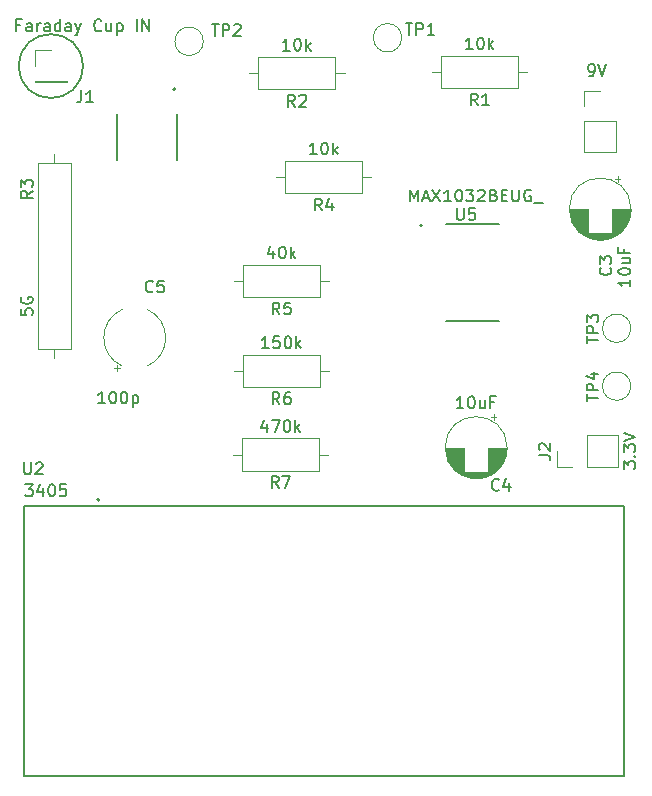
<source format=gbr>
%TF.GenerationSoftware,KiCad,Pcbnew,8.0.6*%
%TF.CreationDate,2025-02-20T03:10:47-08:00*%
%TF.ProjectId,ECE 412,45434520-3431-4322-9e6b-696361645f70,A*%
%TF.SameCoordinates,Original*%
%TF.FileFunction,Legend,Top*%
%TF.FilePolarity,Positive*%
%FSLAX46Y46*%
G04 Gerber Fmt 4.6, Leading zero omitted, Abs format (unit mm)*
G04 Created by KiCad (PCBNEW 8.0.6) date 2025-02-20 03:10:47*
%MOMM*%
%LPD*%
G01*
G04 APERTURE LIST*
%ADD10C,0.200000*%
%ADD11C,0.150000*%
%ADD12C,0.120000*%
%ADD13C,0.127000*%
G04 APERTURE END LIST*
D10*
X139300000Y-56200000D02*
G75*
G02*
X133900000Y-56200000I-2700000J0D01*
G01*
X133900000Y-56200000D02*
G75*
G02*
X139300000Y-56200000I2700000J0D01*
G01*
D11*
X181956819Y-84561904D02*
X181956819Y-83990476D01*
X182956819Y-84276190D02*
X181956819Y-84276190D01*
X182956819Y-83657142D02*
X181956819Y-83657142D01*
X181956819Y-83657142D02*
X181956819Y-83276190D01*
X181956819Y-83276190D02*
X182004438Y-83180952D01*
X182004438Y-83180952D02*
X182052057Y-83133333D01*
X182052057Y-83133333D02*
X182147295Y-83085714D01*
X182147295Y-83085714D02*
X182290152Y-83085714D01*
X182290152Y-83085714D02*
X182385390Y-83133333D01*
X182385390Y-83133333D02*
X182433009Y-83180952D01*
X182433009Y-83180952D02*
X182480628Y-83276190D01*
X182480628Y-83276190D02*
X182480628Y-83657142D01*
X182290152Y-82228571D02*
X182956819Y-82228571D01*
X181909200Y-82466666D02*
X182623485Y-82704761D01*
X182623485Y-82704761D02*
X182623485Y-82085714D01*
X181956819Y-79661904D02*
X181956819Y-79090476D01*
X182956819Y-79376190D02*
X181956819Y-79376190D01*
X182956819Y-78757142D02*
X181956819Y-78757142D01*
X181956819Y-78757142D02*
X181956819Y-78376190D01*
X181956819Y-78376190D02*
X182004438Y-78280952D01*
X182004438Y-78280952D02*
X182052057Y-78233333D01*
X182052057Y-78233333D02*
X182147295Y-78185714D01*
X182147295Y-78185714D02*
X182290152Y-78185714D01*
X182290152Y-78185714D02*
X182385390Y-78233333D01*
X182385390Y-78233333D02*
X182433009Y-78280952D01*
X182433009Y-78280952D02*
X182480628Y-78376190D01*
X182480628Y-78376190D02*
X182480628Y-78757142D01*
X181956819Y-77852380D02*
X181956819Y-77233333D01*
X181956819Y-77233333D02*
X182337771Y-77566666D01*
X182337771Y-77566666D02*
X182337771Y-77423809D01*
X182337771Y-77423809D02*
X182385390Y-77328571D01*
X182385390Y-77328571D02*
X182433009Y-77280952D01*
X182433009Y-77280952D02*
X182528247Y-77233333D01*
X182528247Y-77233333D02*
X182766342Y-77233333D01*
X182766342Y-77233333D02*
X182861580Y-77280952D01*
X182861580Y-77280952D02*
X182909200Y-77328571D01*
X182909200Y-77328571D02*
X182956819Y-77423809D01*
X182956819Y-77423809D02*
X182956819Y-77709523D01*
X182956819Y-77709523D02*
X182909200Y-77804761D01*
X182909200Y-77804761D02*
X182861580Y-77852380D01*
X150238095Y-52654819D02*
X150809523Y-52654819D01*
X150523809Y-53654819D02*
X150523809Y-52654819D01*
X151142857Y-53654819D02*
X151142857Y-52654819D01*
X151142857Y-52654819D02*
X151523809Y-52654819D01*
X151523809Y-52654819D02*
X151619047Y-52702438D01*
X151619047Y-52702438D02*
X151666666Y-52750057D01*
X151666666Y-52750057D02*
X151714285Y-52845295D01*
X151714285Y-52845295D02*
X151714285Y-52988152D01*
X151714285Y-52988152D02*
X151666666Y-53083390D01*
X151666666Y-53083390D02*
X151619047Y-53131009D01*
X151619047Y-53131009D02*
X151523809Y-53178628D01*
X151523809Y-53178628D02*
X151142857Y-53178628D01*
X152095238Y-52750057D02*
X152142857Y-52702438D01*
X152142857Y-52702438D02*
X152238095Y-52654819D01*
X152238095Y-52654819D02*
X152476190Y-52654819D01*
X152476190Y-52654819D02*
X152571428Y-52702438D01*
X152571428Y-52702438D02*
X152619047Y-52750057D01*
X152619047Y-52750057D02*
X152666666Y-52845295D01*
X152666666Y-52845295D02*
X152666666Y-52940533D01*
X152666666Y-52940533D02*
X152619047Y-53083390D01*
X152619047Y-53083390D02*
X152047619Y-53654819D01*
X152047619Y-53654819D02*
X152666666Y-53654819D01*
X166638095Y-52554819D02*
X167209523Y-52554819D01*
X166923809Y-53554819D02*
X166923809Y-52554819D01*
X167542857Y-53554819D02*
X167542857Y-52554819D01*
X167542857Y-52554819D02*
X167923809Y-52554819D01*
X167923809Y-52554819D02*
X168019047Y-52602438D01*
X168019047Y-52602438D02*
X168066666Y-52650057D01*
X168066666Y-52650057D02*
X168114285Y-52745295D01*
X168114285Y-52745295D02*
X168114285Y-52888152D01*
X168114285Y-52888152D02*
X168066666Y-52983390D01*
X168066666Y-52983390D02*
X168019047Y-53031009D01*
X168019047Y-53031009D02*
X167923809Y-53078628D01*
X167923809Y-53078628D02*
X167542857Y-53078628D01*
X169066666Y-53554819D02*
X168495238Y-53554819D01*
X168780952Y-53554819D02*
X168780952Y-52554819D01*
X168780952Y-52554819D02*
X168685714Y-52697676D01*
X168685714Y-52697676D02*
X168590476Y-52792914D01*
X168590476Y-52792914D02*
X168495238Y-52840533D01*
X159533333Y-68424819D02*
X159200000Y-67948628D01*
X158961905Y-68424819D02*
X158961905Y-67424819D01*
X158961905Y-67424819D02*
X159342857Y-67424819D01*
X159342857Y-67424819D02*
X159438095Y-67472438D01*
X159438095Y-67472438D02*
X159485714Y-67520057D01*
X159485714Y-67520057D02*
X159533333Y-67615295D01*
X159533333Y-67615295D02*
X159533333Y-67758152D01*
X159533333Y-67758152D02*
X159485714Y-67853390D01*
X159485714Y-67853390D02*
X159438095Y-67901009D01*
X159438095Y-67901009D02*
X159342857Y-67948628D01*
X159342857Y-67948628D02*
X158961905Y-67948628D01*
X160390476Y-67758152D02*
X160390476Y-68424819D01*
X160152381Y-67377200D02*
X159914286Y-68091485D01*
X159914286Y-68091485D02*
X160533333Y-68091485D01*
X159104761Y-63684819D02*
X158533333Y-63684819D01*
X158819047Y-63684819D02*
X158819047Y-62684819D01*
X158819047Y-62684819D02*
X158723809Y-62827676D01*
X158723809Y-62827676D02*
X158628571Y-62922914D01*
X158628571Y-62922914D02*
X158533333Y-62970533D01*
X159723809Y-62684819D02*
X159819047Y-62684819D01*
X159819047Y-62684819D02*
X159914285Y-62732438D01*
X159914285Y-62732438D02*
X159961904Y-62780057D01*
X159961904Y-62780057D02*
X160009523Y-62875295D01*
X160009523Y-62875295D02*
X160057142Y-63065771D01*
X160057142Y-63065771D02*
X160057142Y-63303866D01*
X160057142Y-63303866D02*
X160009523Y-63494342D01*
X160009523Y-63494342D02*
X159961904Y-63589580D01*
X159961904Y-63589580D02*
X159914285Y-63637200D01*
X159914285Y-63637200D02*
X159819047Y-63684819D01*
X159819047Y-63684819D02*
X159723809Y-63684819D01*
X159723809Y-63684819D02*
X159628571Y-63637200D01*
X159628571Y-63637200D02*
X159580952Y-63589580D01*
X159580952Y-63589580D02*
X159533333Y-63494342D01*
X159533333Y-63494342D02*
X159485714Y-63303866D01*
X159485714Y-63303866D02*
X159485714Y-63065771D01*
X159485714Y-63065771D02*
X159533333Y-62875295D01*
X159533333Y-62875295D02*
X159580952Y-62780057D01*
X159580952Y-62780057D02*
X159628571Y-62732438D01*
X159628571Y-62732438D02*
X159723809Y-62684819D01*
X160485714Y-63684819D02*
X160485714Y-62684819D01*
X160580952Y-63303866D02*
X160866666Y-63684819D01*
X160866666Y-63018152D02*
X160485714Y-63399104D01*
X157253333Y-59624819D02*
X156920000Y-59148628D01*
X156681905Y-59624819D02*
X156681905Y-58624819D01*
X156681905Y-58624819D02*
X157062857Y-58624819D01*
X157062857Y-58624819D02*
X157158095Y-58672438D01*
X157158095Y-58672438D02*
X157205714Y-58720057D01*
X157205714Y-58720057D02*
X157253333Y-58815295D01*
X157253333Y-58815295D02*
X157253333Y-58958152D01*
X157253333Y-58958152D02*
X157205714Y-59053390D01*
X157205714Y-59053390D02*
X157158095Y-59101009D01*
X157158095Y-59101009D02*
X157062857Y-59148628D01*
X157062857Y-59148628D02*
X156681905Y-59148628D01*
X157634286Y-58720057D02*
X157681905Y-58672438D01*
X157681905Y-58672438D02*
X157777143Y-58624819D01*
X157777143Y-58624819D02*
X158015238Y-58624819D01*
X158015238Y-58624819D02*
X158110476Y-58672438D01*
X158110476Y-58672438D02*
X158158095Y-58720057D01*
X158158095Y-58720057D02*
X158205714Y-58815295D01*
X158205714Y-58815295D02*
X158205714Y-58910533D01*
X158205714Y-58910533D02*
X158158095Y-59053390D01*
X158158095Y-59053390D02*
X157586667Y-59624819D01*
X157586667Y-59624819D02*
X158205714Y-59624819D01*
X156824761Y-54884819D02*
X156253333Y-54884819D01*
X156539047Y-54884819D02*
X156539047Y-53884819D01*
X156539047Y-53884819D02*
X156443809Y-54027676D01*
X156443809Y-54027676D02*
X156348571Y-54122914D01*
X156348571Y-54122914D02*
X156253333Y-54170533D01*
X157443809Y-53884819D02*
X157539047Y-53884819D01*
X157539047Y-53884819D02*
X157634285Y-53932438D01*
X157634285Y-53932438D02*
X157681904Y-53980057D01*
X157681904Y-53980057D02*
X157729523Y-54075295D01*
X157729523Y-54075295D02*
X157777142Y-54265771D01*
X157777142Y-54265771D02*
X157777142Y-54503866D01*
X157777142Y-54503866D02*
X157729523Y-54694342D01*
X157729523Y-54694342D02*
X157681904Y-54789580D01*
X157681904Y-54789580D02*
X157634285Y-54837200D01*
X157634285Y-54837200D02*
X157539047Y-54884819D01*
X157539047Y-54884819D02*
X157443809Y-54884819D01*
X157443809Y-54884819D02*
X157348571Y-54837200D01*
X157348571Y-54837200D02*
X157300952Y-54789580D01*
X157300952Y-54789580D02*
X157253333Y-54694342D01*
X157253333Y-54694342D02*
X157205714Y-54503866D01*
X157205714Y-54503866D02*
X157205714Y-54265771D01*
X157205714Y-54265771D02*
X157253333Y-54075295D01*
X157253333Y-54075295D02*
X157300952Y-53980057D01*
X157300952Y-53980057D02*
X157348571Y-53932438D01*
X157348571Y-53932438D02*
X157443809Y-53884819D01*
X158205714Y-54884819D02*
X158205714Y-53884819D01*
X158300952Y-54503866D02*
X158586666Y-54884819D01*
X158586666Y-54218152D02*
X158205714Y-54599104D01*
X177884819Y-89133333D02*
X178599104Y-89133333D01*
X178599104Y-89133333D02*
X178741961Y-89180952D01*
X178741961Y-89180952D02*
X178837200Y-89276190D01*
X178837200Y-89276190D02*
X178884819Y-89419047D01*
X178884819Y-89419047D02*
X178884819Y-89514285D01*
X177980057Y-88704761D02*
X177932438Y-88657142D01*
X177932438Y-88657142D02*
X177884819Y-88561904D01*
X177884819Y-88561904D02*
X177884819Y-88323809D01*
X177884819Y-88323809D02*
X177932438Y-88228571D01*
X177932438Y-88228571D02*
X177980057Y-88180952D01*
X177980057Y-88180952D02*
X178075295Y-88133333D01*
X178075295Y-88133333D02*
X178170533Y-88133333D01*
X178170533Y-88133333D02*
X178313390Y-88180952D01*
X178313390Y-88180952D02*
X178884819Y-88752380D01*
X178884819Y-88752380D02*
X178884819Y-88133333D01*
X185084819Y-90276189D02*
X185084819Y-89657142D01*
X185084819Y-89657142D02*
X185465771Y-89990475D01*
X185465771Y-89990475D02*
X185465771Y-89847618D01*
X185465771Y-89847618D02*
X185513390Y-89752380D01*
X185513390Y-89752380D02*
X185561009Y-89704761D01*
X185561009Y-89704761D02*
X185656247Y-89657142D01*
X185656247Y-89657142D02*
X185894342Y-89657142D01*
X185894342Y-89657142D02*
X185989580Y-89704761D01*
X185989580Y-89704761D02*
X186037200Y-89752380D01*
X186037200Y-89752380D02*
X186084819Y-89847618D01*
X186084819Y-89847618D02*
X186084819Y-90133332D01*
X186084819Y-90133332D02*
X186037200Y-90228570D01*
X186037200Y-90228570D02*
X185989580Y-90276189D01*
X185989580Y-89228570D02*
X186037200Y-89180951D01*
X186037200Y-89180951D02*
X186084819Y-89228570D01*
X186084819Y-89228570D02*
X186037200Y-89276189D01*
X186037200Y-89276189D02*
X185989580Y-89228570D01*
X185989580Y-89228570D02*
X186084819Y-89228570D01*
X185084819Y-88847618D02*
X185084819Y-88228571D01*
X185084819Y-88228571D02*
X185465771Y-88561904D01*
X185465771Y-88561904D02*
X185465771Y-88419047D01*
X185465771Y-88419047D02*
X185513390Y-88323809D01*
X185513390Y-88323809D02*
X185561009Y-88276190D01*
X185561009Y-88276190D02*
X185656247Y-88228571D01*
X185656247Y-88228571D02*
X185894342Y-88228571D01*
X185894342Y-88228571D02*
X185989580Y-88276190D01*
X185989580Y-88276190D02*
X186037200Y-88323809D01*
X186037200Y-88323809D02*
X186084819Y-88419047D01*
X186084819Y-88419047D02*
X186084819Y-88704761D01*
X186084819Y-88704761D02*
X186037200Y-88799999D01*
X186037200Y-88799999D02*
X185989580Y-88847618D01*
X185084819Y-87942856D02*
X186084819Y-87609523D01*
X186084819Y-87609523D02*
X185084819Y-87276190D01*
X174533333Y-92059580D02*
X174485714Y-92107200D01*
X174485714Y-92107200D02*
X174342857Y-92154819D01*
X174342857Y-92154819D02*
X174247619Y-92154819D01*
X174247619Y-92154819D02*
X174104762Y-92107200D01*
X174104762Y-92107200D02*
X174009524Y-92011961D01*
X174009524Y-92011961D02*
X173961905Y-91916723D01*
X173961905Y-91916723D02*
X173914286Y-91726247D01*
X173914286Y-91726247D02*
X173914286Y-91583390D01*
X173914286Y-91583390D02*
X173961905Y-91392914D01*
X173961905Y-91392914D02*
X174009524Y-91297676D01*
X174009524Y-91297676D02*
X174104762Y-91202438D01*
X174104762Y-91202438D02*
X174247619Y-91154819D01*
X174247619Y-91154819D02*
X174342857Y-91154819D01*
X174342857Y-91154819D02*
X174485714Y-91202438D01*
X174485714Y-91202438D02*
X174533333Y-91250057D01*
X175390476Y-91488152D02*
X175390476Y-92154819D01*
X175152381Y-91107200D02*
X174914286Y-91821485D01*
X174914286Y-91821485D02*
X175533333Y-91821485D01*
X171528571Y-85154819D02*
X170957143Y-85154819D01*
X171242857Y-85154819D02*
X171242857Y-84154819D01*
X171242857Y-84154819D02*
X171147619Y-84297676D01*
X171147619Y-84297676D02*
X171052381Y-84392914D01*
X171052381Y-84392914D02*
X170957143Y-84440533D01*
X172147619Y-84154819D02*
X172242857Y-84154819D01*
X172242857Y-84154819D02*
X172338095Y-84202438D01*
X172338095Y-84202438D02*
X172385714Y-84250057D01*
X172385714Y-84250057D02*
X172433333Y-84345295D01*
X172433333Y-84345295D02*
X172480952Y-84535771D01*
X172480952Y-84535771D02*
X172480952Y-84773866D01*
X172480952Y-84773866D02*
X172433333Y-84964342D01*
X172433333Y-84964342D02*
X172385714Y-85059580D01*
X172385714Y-85059580D02*
X172338095Y-85107200D01*
X172338095Y-85107200D02*
X172242857Y-85154819D01*
X172242857Y-85154819D02*
X172147619Y-85154819D01*
X172147619Y-85154819D02*
X172052381Y-85107200D01*
X172052381Y-85107200D02*
X172004762Y-85059580D01*
X172004762Y-85059580D02*
X171957143Y-84964342D01*
X171957143Y-84964342D02*
X171909524Y-84773866D01*
X171909524Y-84773866D02*
X171909524Y-84535771D01*
X171909524Y-84535771D02*
X171957143Y-84345295D01*
X171957143Y-84345295D02*
X172004762Y-84250057D01*
X172004762Y-84250057D02*
X172052381Y-84202438D01*
X172052381Y-84202438D02*
X172147619Y-84154819D01*
X173338095Y-84488152D02*
X173338095Y-85154819D01*
X172909524Y-84488152D02*
X172909524Y-85011961D01*
X172909524Y-85011961D02*
X172957143Y-85107200D01*
X172957143Y-85107200D02*
X173052381Y-85154819D01*
X173052381Y-85154819D02*
X173195238Y-85154819D01*
X173195238Y-85154819D02*
X173290476Y-85107200D01*
X173290476Y-85107200D02*
X173338095Y-85059580D01*
X174147619Y-84631009D02*
X173814286Y-84631009D01*
X173814286Y-85154819D02*
X173814286Y-84154819D01*
X173814286Y-84154819D02*
X174290476Y-84154819D01*
X172733333Y-59524819D02*
X172400000Y-59048628D01*
X172161905Y-59524819D02*
X172161905Y-58524819D01*
X172161905Y-58524819D02*
X172542857Y-58524819D01*
X172542857Y-58524819D02*
X172638095Y-58572438D01*
X172638095Y-58572438D02*
X172685714Y-58620057D01*
X172685714Y-58620057D02*
X172733333Y-58715295D01*
X172733333Y-58715295D02*
X172733333Y-58858152D01*
X172733333Y-58858152D02*
X172685714Y-58953390D01*
X172685714Y-58953390D02*
X172638095Y-59001009D01*
X172638095Y-59001009D02*
X172542857Y-59048628D01*
X172542857Y-59048628D02*
X172161905Y-59048628D01*
X173685714Y-59524819D02*
X173114286Y-59524819D01*
X173400000Y-59524819D02*
X173400000Y-58524819D01*
X173400000Y-58524819D02*
X173304762Y-58667676D01*
X173304762Y-58667676D02*
X173209524Y-58762914D01*
X173209524Y-58762914D02*
X173114286Y-58810533D01*
X172304761Y-54784819D02*
X171733333Y-54784819D01*
X172019047Y-54784819D02*
X172019047Y-53784819D01*
X172019047Y-53784819D02*
X171923809Y-53927676D01*
X171923809Y-53927676D02*
X171828571Y-54022914D01*
X171828571Y-54022914D02*
X171733333Y-54070533D01*
X172923809Y-53784819D02*
X173019047Y-53784819D01*
X173019047Y-53784819D02*
X173114285Y-53832438D01*
X173114285Y-53832438D02*
X173161904Y-53880057D01*
X173161904Y-53880057D02*
X173209523Y-53975295D01*
X173209523Y-53975295D02*
X173257142Y-54165771D01*
X173257142Y-54165771D02*
X173257142Y-54403866D01*
X173257142Y-54403866D02*
X173209523Y-54594342D01*
X173209523Y-54594342D02*
X173161904Y-54689580D01*
X173161904Y-54689580D02*
X173114285Y-54737200D01*
X173114285Y-54737200D02*
X173019047Y-54784819D01*
X173019047Y-54784819D02*
X172923809Y-54784819D01*
X172923809Y-54784819D02*
X172828571Y-54737200D01*
X172828571Y-54737200D02*
X172780952Y-54689580D01*
X172780952Y-54689580D02*
X172733333Y-54594342D01*
X172733333Y-54594342D02*
X172685714Y-54403866D01*
X172685714Y-54403866D02*
X172685714Y-54165771D01*
X172685714Y-54165771D02*
X172733333Y-53975295D01*
X172733333Y-53975295D02*
X172780952Y-53880057D01*
X172780952Y-53880057D02*
X172828571Y-53832438D01*
X172828571Y-53832438D02*
X172923809Y-53784819D01*
X173685714Y-54784819D02*
X173685714Y-53784819D01*
X173780952Y-54403866D02*
X174066666Y-54784819D01*
X174066666Y-54118152D02*
X173685714Y-54499104D01*
X135054819Y-66766666D02*
X134578628Y-67099999D01*
X135054819Y-67338094D02*
X134054819Y-67338094D01*
X134054819Y-67338094D02*
X134054819Y-66957142D01*
X134054819Y-66957142D02*
X134102438Y-66861904D01*
X134102438Y-66861904D02*
X134150057Y-66814285D01*
X134150057Y-66814285D02*
X134245295Y-66766666D01*
X134245295Y-66766666D02*
X134388152Y-66766666D01*
X134388152Y-66766666D02*
X134483390Y-66814285D01*
X134483390Y-66814285D02*
X134531009Y-66861904D01*
X134531009Y-66861904D02*
X134578628Y-66957142D01*
X134578628Y-66957142D02*
X134578628Y-67338094D01*
X134054819Y-66433332D02*
X134054819Y-65814285D01*
X134054819Y-65814285D02*
X134435771Y-66147618D01*
X134435771Y-66147618D02*
X134435771Y-66004761D01*
X134435771Y-66004761D02*
X134483390Y-65909523D01*
X134483390Y-65909523D02*
X134531009Y-65861904D01*
X134531009Y-65861904D02*
X134626247Y-65814285D01*
X134626247Y-65814285D02*
X134864342Y-65814285D01*
X134864342Y-65814285D02*
X134959580Y-65861904D01*
X134959580Y-65861904D02*
X135007200Y-65909523D01*
X135007200Y-65909523D02*
X135054819Y-66004761D01*
X135054819Y-66004761D02*
X135054819Y-66290475D01*
X135054819Y-66290475D02*
X135007200Y-66385713D01*
X135007200Y-66385713D02*
X134959580Y-66433332D01*
X134054819Y-76761904D02*
X134054819Y-77238094D01*
X134054819Y-77238094D02*
X134531009Y-77285713D01*
X134531009Y-77285713D02*
X134483390Y-77238094D01*
X134483390Y-77238094D02*
X134435771Y-77142856D01*
X134435771Y-77142856D02*
X134435771Y-76904761D01*
X134435771Y-76904761D02*
X134483390Y-76809523D01*
X134483390Y-76809523D02*
X134531009Y-76761904D01*
X134531009Y-76761904D02*
X134626247Y-76714285D01*
X134626247Y-76714285D02*
X134864342Y-76714285D01*
X134864342Y-76714285D02*
X134959580Y-76761904D01*
X134959580Y-76761904D02*
X135007200Y-76809523D01*
X135007200Y-76809523D02*
X135054819Y-76904761D01*
X135054819Y-76904761D02*
X135054819Y-77142856D01*
X135054819Y-77142856D02*
X135007200Y-77238094D01*
X135007200Y-77238094D02*
X134959580Y-77285713D01*
X134102438Y-75761904D02*
X134054819Y-75857142D01*
X134054819Y-75857142D02*
X134054819Y-75999999D01*
X134054819Y-75999999D02*
X134102438Y-76142856D01*
X134102438Y-76142856D02*
X134197676Y-76238094D01*
X134197676Y-76238094D02*
X134292914Y-76285713D01*
X134292914Y-76285713D02*
X134483390Y-76333332D01*
X134483390Y-76333332D02*
X134626247Y-76333332D01*
X134626247Y-76333332D02*
X134816723Y-76285713D01*
X134816723Y-76285713D02*
X134911961Y-76238094D01*
X134911961Y-76238094D02*
X135007200Y-76142856D01*
X135007200Y-76142856D02*
X135054819Y-75999999D01*
X135054819Y-75999999D02*
X135054819Y-75904761D01*
X135054819Y-75904761D02*
X135007200Y-75761904D01*
X135007200Y-75761904D02*
X134959580Y-75714285D01*
X134959580Y-75714285D02*
X134626247Y-75714285D01*
X134626247Y-75714285D02*
X134626247Y-75904761D01*
X155953333Y-84824819D02*
X155620000Y-84348628D01*
X155381905Y-84824819D02*
X155381905Y-83824819D01*
X155381905Y-83824819D02*
X155762857Y-83824819D01*
X155762857Y-83824819D02*
X155858095Y-83872438D01*
X155858095Y-83872438D02*
X155905714Y-83920057D01*
X155905714Y-83920057D02*
X155953333Y-84015295D01*
X155953333Y-84015295D02*
X155953333Y-84158152D01*
X155953333Y-84158152D02*
X155905714Y-84253390D01*
X155905714Y-84253390D02*
X155858095Y-84301009D01*
X155858095Y-84301009D02*
X155762857Y-84348628D01*
X155762857Y-84348628D02*
X155381905Y-84348628D01*
X156810476Y-83824819D02*
X156620000Y-83824819D01*
X156620000Y-83824819D02*
X156524762Y-83872438D01*
X156524762Y-83872438D02*
X156477143Y-83920057D01*
X156477143Y-83920057D02*
X156381905Y-84062914D01*
X156381905Y-84062914D02*
X156334286Y-84253390D01*
X156334286Y-84253390D02*
X156334286Y-84634342D01*
X156334286Y-84634342D02*
X156381905Y-84729580D01*
X156381905Y-84729580D02*
X156429524Y-84777200D01*
X156429524Y-84777200D02*
X156524762Y-84824819D01*
X156524762Y-84824819D02*
X156715238Y-84824819D01*
X156715238Y-84824819D02*
X156810476Y-84777200D01*
X156810476Y-84777200D02*
X156858095Y-84729580D01*
X156858095Y-84729580D02*
X156905714Y-84634342D01*
X156905714Y-84634342D02*
X156905714Y-84396247D01*
X156905714Y-84396247D02*
X156858095Y-84301009D01*
X156858095Y-84301009D02*
X156810476Y-84253390D01*
X156810476Y-84253390D02*
X156715238Y-84205771D01*
X156715238Y-84205771D02*
X156524762Y-84205771D01*
X156524762Y-84205771D02*
X156429524Y-84253390D01*
X156429524Y-84253390D02*
X156381905Y-84301009D01*
X156381905Y-84301009D02*
X156334286Y-84396247D01*
X155048571Y-80084819D02*
X154477143Y-80084819D01*
X154762857Y-80084819D02*
X154762857Y-79084819D01*
X154762857Y-79084819D02*
X154667619Y-79227676D01*
X154667619Y-79227676D02*
X154572381Y-79322914D01*
X154572381Y-79322914D02*
X154477143Y-79370533D01*
X155953333Y-79084819D02*
X155477143Y-79084819D01*
X155477143Y-79084819D02*
X155429524Y-79561009D01*
X155429524Y-79561009D02*
X155477143Y-79513390D01*
X155477143Y-79513390D02*
X155572381Y-79465771D01*
X155572381Y-79465771D02*
X155810476Y-79465771D01*
X155810476Y-79465771D02*
X155905714Y-79513390D01*
X155905714Y-79513390D02*
X155953333Y-79561009D01*
X155953333Y-79561009D02*
X156000952Y-79656247D01*
X156000952Y-79656247D02*
X156000952Y-79894342D01*
X156000952Y-79894342D02*
X155953333Y-79989580D01*
X155953333Y-79989580D02*
X155905714Y-80037200D01*
X155905714Y-80037200D02*
X155810476Y-80084819D01*
X155810476Y-80084819D02*
X155572381Y-80084819D01*
X155572381Y-80084819D02*
X155477143Y-80037200D01*
X155477143Y-80037200D02*
X155429524Y-79989580D01*
X156620000Y-79084819D02*
X156715238Y-79084819D01*
X156715238Y-79084819D02*
X156810476Y-79132438D01*
X156810476Y-79132438D02*
X156858095Y-79180057D01*
X156858095Y-79180057D02*
X156905714Y-79275295D01*
X156905714Y-79275295D02*
X156953333Y-79465771D01*
X156953333Y-79465771D02*
X156953333Y-79703866D01*
X156953333Y-79703866D02*
X156905714Y-79894342D01*
X156905714Y-79894342D02*
X156858095Y-79989580D01*
X156858095Y-79989580D02*
X156810476Y-80037200D01*
X156810476Y-80037200D02*
X156715238Y-80084819D01*
X156715238Y-80084819D02*
X156620000Y-80084819D01*
X156620000Y-80084819D02*
X156524762Y-80037200D01*
X156524762Y-80037200D02*
X156477143Y-79989580D01*
X156477143Y-79989580D02*
X156429524Y-79894342D01*
X156429524Y-79894342D02*
X156381905Y-79703866D01*
X156381905Y-79703866D02*
X156381905Y-79465771D01*
X156381905Y-79465771D02*
X156429524Y-79275295D01*
X156429524Y-79275295D02*
X156477143Y-79180057D01*
X156477143Y-79180057D02*
X156524762Y-79132438D01*
X156524762Y-79132438D02*
X156620000Y-79084819D01*
X157381905Y-80084819D02*
X157381905Y-79084819D01*
X157477143Y-79703866D02*
X157762857Y-80084819D01*
X157762857Y-79418152D02*
X157381905Y-79799104D01*
X155873333Y-91924819D02*
X155540000Y-91448628D01*
X155301905Y-91924819D02*
X155301905Y-90924819D01*
X155301905Y-90924819D02*
X155682857Y-90924819D01*
X155682857Y-90924819D02*
X155778095Y-90972438D01*
X155778095Y-90972438D02*
X155825714Y-91020057D01*
X155825714Y-91020057D02*
X155873333Y-91115295D01*
X155873333Y-91115295D02*
X155873333Y-91258152D01*
X155873333Y-91258152D02*
X155825714Y-91353390D01*
X155825714Y-91353390D02*
X155778095Y-91401009D01*
X155778095Y-91401009D02*
X155682857Y-91448628D01*
X155682857Y-91448628D02*
X155301905Y-91448628D01*
X156206667Y-90924819D02*
X156873333Y-90924819D01*
X156873333Y-90924819D02*
X156444762Y-91924819D01*
X154873333Y-86518152D02*
X154873333Y-87184819D01*
X154635238Y-86137200D02*
X154397143Y-86851485D01*
X154397143Y-86851485D02*
X155016190Y-86851485D01*
X155301905Y-86184819D02*
X155968571Y-86184819D01*
X155968571Y-86184819D02*
X155540000Y-87184819D01*
X156540000Y-86184819D02*
X156635238Y-86184819D01*
X156635238Y-86184819D02*
X156730476Y-86232438D01*
X156730476Y-86232438D02*
X156778095Y-86280057D01*
X156778095Y-86280057D02*
X156825714Y-86375295D01*
X156825714Y-86375295D02*
X156873333Y-86565771D01*
X156873333Y-86565771D02*
X156873333Y-86803866D01*
X156873333Y-86803866D02*
X156825714Y-86994342D01*
X156825714Y-86994342D02*
X156778095Y-87089580D01*
X156778095Y-87089580D02*
X156730476Y-87137200D01*
X156730476Y-87137200D02*
X156635238Y-87184819D01*
X156635238Y-87184819D02*
X156540000Y-87184819D01*
X156540000Y-87184819D02*
X156444762Y-87137200D01*
X156444762Y-87137200D02*
X156397143Y-87089580D01*
X156397143Y-87089580D02*
X156349524Y-86994342D01*
X156349524Y-86994342D02*
X156301905Y-86803866D01*
X156301905Y-86803866D02*
X156301905Y-86565771D01*
X156301905Y-86565771D02*
X156349524Y-86375295D01*
X156349524Y-86375295D02*
X156397143Y-86280057D01*
X156397143Y-86280057D02*
X156444762Y-86232438D01*
X156444762Y-86232438D02*
X156540000Y-86184819D01*
X157301905Y-87184819D02*
X157301905Y-86184819D01*
X157397143Y-86803866D02*
X157682857Y-87184819D01*
X157682857Y-86518152D02*
X157301905Y-86899104D01*
X183959580Y-73266666D02*
X184007200Y-73314285D01*
X184007200Y-73314285D02*
X184054819Y-73457142D01*
X184054819Y-73457142D02*
X184054819Y-73552380D01*
X184054819Y-73552380D02*
X184007200Y-73695237D01*
X184007200Y-73695237D02*
X183911961Y-73790475D01*
X183911961Y-73790475D02*
X183816723Y-73838094D01*
X183816723Y-73838094D02*
X183626247Y-73885713D01*
X183626247Y-73885713D02*
X183483390Y-73885713D01*
X183483390Y-73885713D02*
X183292914Y-73838094D01*
X183292914Y-73838094D02*
X183197676Y-73790475D01*
X183197676Y-73790475D02*
X183102438Y-73695237D01*
X183102438Y-73695237D02*
X183054819Y-73552380D01*
X183054819Y-73552380D02*
X183054819Y-73457142D01*
X183054819Y-73457142D02*
X183102438Y-73314285D01*
X183102438Y-73314285D02*
X183150057Y-73266666D01*
X183054819Y-72933332D02*
X183054819Y-72314285D01*
X183054819Y-72314285D02*
X183435771Y-72647618D01*
X183435771Y-72647618D02*
X183435771Y-72504761D01*
X183435771Y-72504761D02*
X183483390Y-72409523D01*
X183483390Y-72409523D02*
X183531009Y-72361904D01*
X183531009Y-72361904D02*
X183626247Y-72314285D01*
X183626247Y-72314285D02*
X183864342Y-72314285D01*
X183864342Y-72314285D02*
X183959580Y-72361904D01*
X183959580Y-72361904D02*
X184007200Y-72409523D01*
X184007200Y-72409523D02*
X184054819Y-72504761D01*
X184054819Y-72504761D02*
X184054819Y-72790475D01*
X184054819Y-72790475D02*
X184007200Y-72885713D01*
X184007200Y-72885713D02*
X183959580Y-72933332D01*
X185654819Y-74271428D02*
X185654819Y-74842856D01*
X185654819Y-74557142D02*
X184654819Y-74557142D01*
X184654819Y-74557142D02*
X184797676Y-74652380D01*
X184797676Y-74652380D02*
X184892914Y-74747618D01*
X184892914Y-74747618D02*
X184940533Y-74842856D01*
X184654819Y-73652380D02*
X184654819Y-73557142D01*
X184654819Y-73557142D02*
X184702438Y-73461904D01*
X184702438Y-73461904D02*
X184750057Y-73414285D01*
X184750057Y-73414285D02*
X184845295Y-73366666D01*
X184845295Y-73366666D02*
X185035771Y-73319047D01*
X185035771Y-73319047D02*
X185273866Y-73319047D01*
X185273866Y-73319047D02*
X185464342Y-73366666D01*
X185464342Y-73366666D02*
X185559580Y-73414285D01*
X185559580Y-73414285D02*
X185607200Y-73461904D01*
X185607200Y-73461904D02*
X185654819Y-73557142D01*
X185654819Y-73557142D02*
X185654819Y-73652380D01*
X185654819Y-73652380D02*
X185607200Y-73747618D01*
X185607200Y-73747618D02*
X185559580Y-73795237D01*
X185559580Y-73795237D02*
X185464342Y-73842856D01*
X185464342Y-73842856D02*
X185273866Y-73890475D01*
X185273866Y-73890475D02*
X185035771Y-73890475D01*
X185035771Y-73890475D02*
X184845295Y-73842856D01*
X184845295Y-73842856D02*
X184750057Y-73795237D01*
X184750057Y-73795237D02*
X184702438Y-73747618D01*
X184702438Y-73747618D02*
X184654819Y-73652380D01*
X184988152Y-72461904D02*
X185654819Y-72461904D01*
X184988152Y-72890475D02*
X185511961Y-72890475D01*
X185511961Y-72890475D02*
X185607200Y-72842856D01*
X185607200Y-72842856D02*
X185654819Y-72747618D01*
X185654819Y-72747618D02*
X185654819Y-72604761D01*
X185654819Y-72604761D02*
X185607200Y-72509523D01*
X185607200Y-72509523D02*
X185559580Y-72461904D01*
X185131009Y-71652380D02*
X185131009Y-71985713D01*
X185654819Y-71985713D02*
X184654819Y-71985713D01*
X184654819Y-71985713D02*
X184654819Y-71509523D01*
X134014285Y-52731009D02*
X133680952Y-52731009D01*
X133680952Y-53254819D02*
X133680952Y-52254819D01*
X133680952Y-52254819D02*
X134157142Y-52254819D01*
X134966666Y-53254819D02*
X134966666Y-52731009D01*
X134966666Y-52731009D02*
X134919047Y-52635771D01*
X134919047Y-52635771D02*
X134823809Y-52588152D01*
X134823809Y-52588152D02*
X134633333Y-52588152D01*
X134633333Y-52588152D02*
X134538095Y-52635771D01*
X134966666Y-53207200D02*
X134871428Y-53254819D01*
X134871428Y-53254819D02*
X134633333Y-53254819D01*
X134633333Y-53254819D02*
X134538095Y-53207200D01*
X134538095Y-53207200D02*
X134490476Y-53111961D01*
X134490476Y-53111961D02*
X134490476Y-53016723D01*
X134490476Y-53016723D02*
X134538095Y-52921485D01*
X134538095Y-52921485D02*
X134633333Y-52873866D01*
X134633333Y-52873866D02*
X134871428Y-52873866D01*
X134871428Y-52873866D02*
X134966666Y-52826247D01*
X135442857Y-53254819D02*
X135442857Y-52588152D01*
X135442857Y-52778628D02*
X135490476Y-52683390D01*
X135490476Y-52683390D02*
X135538095Y-52635771D01*
X135538095Y-52635771D02*
X135633333Y-52588152D01*
X135633333Y-52588152D02*
X135728571Y-52588152D01*
X136490476Y-53254819D02*
X136490476Y-52731009D01*
X136490476Y-52731009D02*
X136442857Y-52635771D01*
X136442857Y-52635771D02*
X136347619Y-52588152D01*
X136347619Y-52588152D02*
X136157143Y-52588152D01*
X136157143Y-52588152D02*
X136061905Y-52635771D01*
X136490476Y-53207200D02*
X136395238Y-53254819D01*
X136395238Y-53254819D02*
X136157143Y-53254819D01*
X136157143Y-53254819D02*
X136061905Y-53207200D01*
X136061905Y-53207200D02*
X136014286Y-53111961D01*
X136014286Y-53111961D02*
X136014286Y-53016723D01*
X136014286Y-53016723D02*
X136061905Y-52921485D01*
X136061905Y-52921485D02*
X136157143Y-52873866D01*
X136157143Y-52873866D02*
X136395238Y-52873866D01*
X136395238Y-52873866D02*
X136490476Y-52826247D01*
X137395238Y-53254819D02*
X137395238Y-52254819D01*
X137395238Y-53207200D02*
X137300000Y-53254819D01*
X137300000Y-53254819D02*
X137109524Y-53254819D01*
X137109524Y-53254819D02*
X137014286Y-53207200D01*
X137014286Y-53207200D02*
X136966667Y-53159580D01*
X136966667Y-53159580D02*
X136919048Y-53064342D01*
X136919048Y-53064342D02*
X136919048Y-52778628D01*
X136919048Y-52778628D02*
X136966667Y-52683390D01*
X136966667Y-52683390D02*
X137014286Y-52635771D01*
X137014286Y-52635771D02*
X137109524Y-52588152D01*
X137109524Y-52588152D02*
X137300000Y-52588152D01*
X137300000Y-52588152D02*
X137395238Y-52635771D01*
X138300000Y-53254819D02*
X138300000Y-52731009D01*
X138300000Y-52731009D02*
X138252381Y-52635771D01*
X138252381Y-52635771D02*
X138157143Y-52588152D01*
X138157143Y-52588152D02*
X137966667Y-52588152D01*
X137966667Y-52588152D02*
X137871429Y-52635771D01*
X138300000Y-53207200D02*
X138204762Y-53254819D01*
X138204762Y-53254819D02*
X137966667Y-53254819D01*
X137966667Y-53254819D02*
X137871429Y-53207200D01*
X137871429Y-53207200D02*
X137823810Y-53111961D01*
X137823810Y-53111961D02*
X137823810Y-53016723D01*
X137823810Y-53016723D02*
X137871429Y-52921485D01*
X137871429Y-52921485D02*
X137966667Y-52873866D01*
X137966667Y-52873866D02*
X138204762Y-52873866D01*
X138204762Y-52873866D02*
X138300000Y-52826247D01*
X138680953Y-52588152D02*
X138919048Y-53254819D01*
X139157143Y-52588152D02*
X138919048Y-53254819D01*
X138919048Y-53254819D02*
X138823810Y-53492914D01*
X138823810Y-53492914D02*
X138776191Y-53540533D01*
X138776191Y-53540533D02*
X138680953Y-53588152D01*
X140871429Y-53159580D02*
X140823810Y-53207200D01*
X140823810Y-53207200D02*
X140680953Y-53254819D01*
X140680953Y-53254819D02*
X140585715Y-53254819D01*
X140585715Y-53254819D02*
X140442858Y-53207200D01*
X140442858Y-53207200D02*
X140347620Y-53111961D01*
X140347620Y-53111961D02*
X140300001Y-53016723D01*
X140300001Y-53016723D02*
X140252382Y-52826247D01*
X140252382Y-52826247D02*
X140252382Y-52683390D01*
X140252382Y-52683390D02*
X140300001Y-52492914D01*
X140300001Y-52492914D02*
X140347620Y-52397676D01*
X140347620Y-52397676D02*
X140442858Y-52302438D01*
X140442858Y-52302438D02*
X140585715Y-52254819D01*
X140585715Y-52254819D02*
X140680953Y-52254819D01*
X140680953Y-52254819D02*
X140823810Y-52302438D01*
X140823810Y-52302438D02*
X140871429Y-52350057D01*
X141728572Y-52588152D02*
X141728572Y-53254819D01*
X141300001Y-52588152D02*
X141300001Y-53111961D01*
X141300001Y-53111961D02*
X141347620Y-53207200D01*
X141347620Y-53207200D02*
X141442858Y-53254819D01*
X141442858Y-53254819D02*
X141585715Y-53254819D01*
X141585715Y-53254819D02*
X141680953Y-53207200D01*
X141680953Y-53207200D02*
X141728572Y-53159580D01*
X142204763Y-52588152D02*
X142204763Y-53588152D01*
X142204763Y-52635771D02*
X142300001Y-52588152D01*
X142300001Y-52588152D02*
X142490477Y-52588152D01*
X142490477Y-52588152D02*
X142585715Y-52635771D01*
X142585715Y-52635771D02*
X142633334Y-52683390D01*
X142633334Y-52683390D02*
X142680953Y-52778628D01*
X142680953Y-52778628D02*
X142680953Y-53064342D01*
X142680953Y-53064342D02*
X142633334Y-53159580D01*
X142633334Y-53159580D02*
X142585715Y-53207200D01*
X142585715Y-53207200D02*
X142490477Y-53254819D01*
X142490477Y-53254819D02*
X142300001Y-53254819D01*
X142300001Y-53254819D02*
X142204763Y-53207200D01*
X143871430Y-53254819D02*
X143871430Y-52254819D01*
X144347620Y-53254819D02*
X144347620Y-52254819D01*
X144347620Y-52254819D02*
X144919048Y-53254819D01*
X144919048Y-53254819D02*
X144919048Y-52254819D01*
X139166666Y-58254819D02*
X139166666Y-58969104D01*
X139166666Y-58969104D02*
X139119047Y-59111961D01*
X139119047Y-59111961D02*
X139023809Y-59207200D01*
X139023809Y-59207200D02*
X138880952Y-59254819D01*
X138880952Y-59254819D02*
X138785714Y-59254819D01*
X140166666Y-59254819D02*
X139595238Y-59254819D01*
X139880952Y-59254819D02*
X139880952Y-58254819D01*
X139880952Y-58254819D02*
X139785714Y-58397676D01*
X139785714Y-58397676D02*
X139690476Y-58492914D01*
X139690476Y-58492914D02*
X139595238Y-58540533D01*
X170978095Y-68217819D02*
X170978095Y-69027342D01*
X170978095Y-69027342D02*
X171025714Y-69122580D01*
X171025714Y-69122580D02*
X171073333Y-69170200D01*
X171073333Y-69170200D02*
X171168571Y-69217819D01*
X171168571Y-69217819D02*
X171359047Y-69217819D01*
X171359047Y-69217819D02*
X171454285Y-69170200D01*
X171454285Y-69170200D02*
X171501904Y-69122580D01*
X171501904Y-69122580D02*
X171549523Y-69027342D01*
X171549523Y-69027342D02*
X171549523Y-68217819D01*
X172501904Y-68217819D02*
X172025714Y-68217819D01*
X172025714Y-68217819D02*
X171978095Y-68694009D01*
X171978095Y-68694009D02*
X172025714Y-68646390D01*
X172025714Y-68646390D02*
X172120952Y-68598771D01*
X172120952Y-68598771D02*
X172359047Y-68598771D01*
X172359047Y-68598771D02*
X172454285Y-68646390D01*
X172454285Y-68646390D02*
X172501904Y-68694009D01*
X172501904Y-68694009D02*
X172549523Y-68789247D01*
X172549523Y-68789247D02*
X172549523Y-69027342D01*
X172549523Y-69027342D02*
X172501904Y-69122580D01*
X172501904Y-69122580D02*
X172454285Y-69170200D01*
X172454285Y-69170200D02*
X172359047Y-69217819D01*
X172359047Y-69217819D02*
X172120952Y-69217819D01*
X172120952Y-69217819D02*
X172025714Y-69170200D01*
X172025714Y-69170200D02*
X171978095Y-69122580D01*
X167000000Y-67654819D02*
X167000000Y-66654819D01*
X167000000Y-66654819D02*
X167333333Y-67369104D01*
X167333333Y-67369104D02*
X167666666Y-66654819D01*
X167666666Y-66654819D02*
X167666666Y-67654819D01*
X168095238Y-67369104D02*
X168571428Y-67369104D01*
X168000000Y-67654819D02*
X168333333Y-66654819D01*
X168333333Y-66654819D02*
X168666666Y-67654819D01*
X168904762Y-66654819D02*
X169571428Y-67654819D01*
X169571428Y-66654819D02*
X168904762Y-67654819D01*
X170476190Y-67654819D02*
X169904762Y-67654819D01*
X170190476Y-67654819D02*
X170190476Y-66654819D01*
X170190476Y-66654819D02*
X170095238Y-66797676D01*
X170095238Y-66797676D02*
X170000000Y-66892914D01*
X170000000Y-66892914D02*
X169904762Y-66940533D01*
X171095238Y-66654819D02*
X171190476Y-66654819D01*
X171190476Y-66654819D02*
X171285714Y-66702438D01*
X171285714Y-66702438D02*
X171333333Y-66750057D01*
X171333333Y-66750057D02*
X171380952Y-66845295D01*
X171380952Y-66845295D02*
X171428571Y-67035771D01*
X171428571Y-67035771D02*
X171428571Y-67273866D01*
X171428571Y-67273866D02*
X171380952Y-67464342D01*
X171380952Y-67464342D02*
X171333333Y-67559580D01*
X171333333Y-67559580D02*
X171285714Y-67607200D01*
X171285714Y-67607200D02*
X171190476Y-67654819D01*
X171190476Y-67654819D02*
X171095238Y-67654819D01*
X171095238Y-67654819D02*
X171000000Y-67607200D01*
X171000000Y-67607200D02*
X170952381Y-67559580D01*
X170952381Y-67559580D02*
X170904762Y-67464342D01*
X170904762Y-67464342D02*
X170857143Y-67273866D01*
X170857143Y-67273866D02*
X170857143Y-67035771D01*
X170857143Y-67035771D02*
X170904762Y-66845295D01*
X170904762Y-66845295D02*
X170952381Y-66750057D01*
X170952381Y-66750057D02*
X171000000Y-66702438D01*
X171000000Y-66702438D02*
X171095238Y-66654819D01*
X171761905Y-66654819D02*
X172380952Y-66654819D01*
X172380952Y-66654819D02*
X172047619Y-67035771D01*
X172047619Y-67035771D02*
X172190476Y-67035771D01*
X172190476Y-67035771D02*
X172285714Y-67083390D01*
X172285714Y-67083390D02*
X172333333Y-67131009D01*
X172333333Y-67131009D02*
X172380952Y-67226247D01*
X172380952Y-67226247D02*
X172380952Y-67464342D01*
X172380952Y-67464342D02*
X172333333Y-67559580D01*
X172333333Y-67559580D02*
X172285714Y-67607200D01*
X172285714Y-67607200D02*
X172190476Y-67654819D01*
X172190476Y-67654819D02*
X171904762Y-67654819D01*
X171904762Y-67654819D02*
X171809524Y-67607200D01*
X171809524Y-67607200D02*
X171761905Y-67559580D01*
X172761905Y-66750057D02*
X172809524Y-66702438D01*
X172809524Y-66702438D02*
X172904762Y-66654819D01*
X172904762Y-66654819D02*
X173142857Y-66654819D01*
X173142857Y-66654819D02*
X173238095Y-66702438D01*
X173238095Y-66702438D02*
X173285714Y-66750057D01*
X173285714Y-66750057D02*
X173333333Y-66845295D01*
X173333333Y-66845295D02*
X173333333Y-66940533D01*
X173333333Y-66940533D02*
X173285714Y-67083390D01*
X173285714Y-67083390D02*
X172714286Y-67654819D01*
X172714286Y-67654819D02*
X173333333Y-67654819D01*
X174095238Y-67131009D02*
X174238095Y-67178628D01*
X174238095Y-67178628D02*
X174285714Y-67226247D01*
X174285714Y-67226247D02*
X174333333Y-67321485D01*
X174333333Y-67321485D02*
X174333333Y-67464342D01*
X174333333Y-67464342D02*
X174285714Y-67559580D01*
X174285714Y-67559580D02*
X174238095Y-67607200D01*
X174238095Y-67607200D02*
X174142857Y-67654819D01*
X174142857Y-67654819D02*
X173761905Y-67654819D01*
X173761905Y-67654819D02*
X173761905Y-66654819D01*
X173761905Y-66654819D02*
X174095238Y-66654819D01*
X174095238Y-66654819D02*
X174190476Y-66702438D01*
X174190476Y-66702438D02*
X174238095Y-66750057D01*
X174238095Y-66750057D02*
X174285714Y-66845295D01*
X174285714Y-66845295D02*
X174285714Y-66940533D01*
X174285714Y-66940533D02*
X174238095Y-67035771D01*
X174238095Y-67035771D02*
X174190476Y-67083390D01*
X174190476Y-67083390D02*
X174095238Y-67131009D01*
X174095238Y-67131009D02*
X173761905Y-67131009D01*
X174761905Y-67131009D02*
X175095238Y-67131009D01*
X175238095Y-67654819D02*
X174761905Y-67654819D01*
X174761905Y-67654819D02*
X174761905Y-66654819D01*
X174761905Y-66654819D02*
X175238095Y-66654819D01*
X175666667Y-66654819D02*
X175666667Y-67464342D01*
X175666667Y-67464342D02*
X175714286Y-67559580D01*
X175714286Y-67559580D02*
X175761905Y-67607200D01*
X175761905Y-67607200D02*
X175857143Y-67654819D01*
X175857143Y-67654819D02*
X176047619Y-67654819D01*
X176047619Y-67654819D02*
X176142857Y-67607200D01*
X176142857Y-67607200D02*
X176190476Y-67559580D01*
X176190476Y-67559580D02*
X176238095Y-67464342D01*
X176238095Y-67464342D02*
X176238095Y-66654819D01*
X177238095Y-66702438D02*
X177142857Y-66654819D01*
X177142857Y-66654819D02*
X177000000Y-66654819D01*
X177000000Y-66654819D02*
X176857143Y-66702438D01*
X176857143Y-66702438D02*
X176761905Y-66797676D01*
X176761905Y-66797676D02*
X176714286Y-66892914D01*
X176714286Y-66892914D02*
X176666667Y-67083390D01*
X176666667Y-67083390D02*
X176666667Y-67226247D01*
X176666667Y-67226247D02*
X176714286Y-67416723D01*
X176714286Y-67416723D02*
X176761905Y-67511961D01*
X176761905Y-67511961D02*
X176857143Y-67607200D01*
X176857143Y-67607200D02*
X177000000Y-67654819D01*
X177000000Y-67654819D02*
X177095238Y-67654819D01*
X177095238Y-67654819D02*
X177238095Y-67607200D01*
X177238095Y-67607200D02*
X177285714Y-67559580D01*
X177285714Y-67559580D02*
X177285714Y-67226247D01*
X177285714Y-67226247D02*
X177095238Y-67226247D01*
X177476191Y-67750057D02*
X178238095Y-67750057D01*
X182180952Y-57054819D02*
X182371428Y-57054819D01*
X182371428Y-57054819D02*
X182466666Y-57007200D01*
X182466666Y-57007200D02*
X182514285Y-56959580D01*
X182514285Y-56959580D02*
X182609523Y-56816723D01*
X182609523Y-56816723D02*
X182657142Y-56626247D01*
X182657142Y-56626247D02*
X182657142Y-56245295D01*
X182657142Y-56245295D02*
X182609523Y-56150057D01*
X182609523Y-56150057D02*
X182561904Y-56102438D01*
X182561904Y-56102438D02*
X182466666Y-56054819D01*
X182466666Y-56054819D02*
X182276190Y-56054819D01*
X182276190Y-56054819D02*
X182180952Y-56102438D01*
X182180952Y-56102438D02*
X182133333Y-56150057D01*
X182133333Y-56150057D02*
X182085714Y-56245295D01*
X182085714Y-56245295D02*
X182085714Y-56483390D01*
X182085714Y-56483390D02*
X182133333Y-56578628D01*
X182133333Y-56578628D02*
X182180952Y-56626247D01*
X182180952Y-56626247D02*
X182276190Y-56673866D01*
X182276190Y-56673866D02*
X182466666Y-56673866D01*
X182466666Y-56673866D02*
X182561904Y-56626247D01*
X182561904Y-56626247D02*
X182609523Y-56578628D01*
X182609523Y-56578628D02*
X182657142Y-56483390D01*
X182942857Y-56054819D02*
X183276190Y-57054819D01*
X183276190Y-57054819D02*
X183609523Y-56054819D01*
X145233333Y-75259580D02*
X145185714Y-75307200D01*
X145185714Y-75307200D02*
X145042857Y-75354819D01*
X145042857Y-75354819D02*
X144947619Y-75354819D01*
X144947619Y-75354819D02*
X144804762Y-75307200D01*
X144804762Y-75307200D02*
X144709524Y-75211961D01*
X144709524Y-75211961D02*
X144661905Y-75116723D01*
X144661905Y-75116723D02*
X144614286Y-74926247D01*
X144614286Y-74926247D02*
X144614286Y-74783390D01*
X144614286Y-74783390D02*
X144661905Y-74592914D01*
X144661905Y-74592914D02*
X144709524Y-74497676D01*
X144709524Y-74497676D02*
X144804762Y-74402438D01*
X144804762Y-74402438D02*
X144947619Y-74354819D01*
X144947619Y-74354819D02*
X145042857Y-74354819D01*
X145042857Y-74354819D02*
X145185714Y-74402438D01*
X145185714Y-74402438D02*
X145233333Y-74450057D01*
X146138095Y-74354819D02*
X145661905Y-74354819D01*
X145661905Y-74354819D02*
X145614286Y-74831009D01*
X145614286Y-74831009D02*
X145661905Y-74783390D01*
X145661905Y-74783390D02*
X145757143Y-74735771D01*
X145757143Y-74735771D02*
X145995238Y-74735771D01*
X145995238Y-74735771D02*
X146090476Y-74783390D01*
X146090476Y-74783390D02*
X146138095Y-74831009D01*
X146138095Y-74831009D02*
X146185714Y-74926247D01*
X146185714Y-74926247D02*
X146185714Y-75164342D01*
X146185714Y-75164342D02*
X146138095Y-75259580D01*
X146138095Y-75259580D02*
X146090476Y-75307200D01*
X146090476Y-75307200D02*
X145995238Y-75354819D01*
X145995238Y-75354819D02*
X145757143Y-75354819D01*
X145757143Y-75354819D02*
X145661905Y-75307200D01*
X145661905Y-75307200D02*
X145614286Y-75259580D01*
X141180952Y-84754819D02*
X140609524Y-84754819D01*
X140895238Y-84754819D02*
X140895238Y-83754819D01*
X140895238Y-83754819D02*
X140800000Y-83897676D01*
X140800000Y-83897676D02*
X140704762Y-83992914D01*
X140704762Y-83992914D02*
X140609524Y-84040533D01*
X141800000Y-83754819D02*
X141895238Y-83754819D01*
X141895238Y-83754819D02*
X141990476Y-83802438D01*
X141990476Y-83802438D02*
X142038095Y-83850057D01*
X142038095Y-83850057D02*
X142085714Y-83945295D01*
X142085714Y-83945295D02*
X142133333Y-84135771D01*
X142133333Y-84135771D02*
X142133333Y-84373866D01*
X142133333Y-84373866D02*
X142085714Y-84564342D01*
X142085714Y-84564342D02*
X142038095Y-84659580D01*
X142038095Y-84659580D02*
X141990476Y-84707200D01*
X141990476Y-84707200D02*
X141895238Y-84754819D01*
X141895238Y-84754819D02*
X141800000Y-84754819D01*
X141800000Y-84754819D02*
X141704762Y-84707200D01*
X141704762Y-84707200D02*
X141657143Y-84659580D01*
X141657143Y-84659580D02*
X141609524Y-84564342D01*
X141609524Y-84564342D02*
X141561905Y-84373866D01*
X141561905Y-84373866D02*
X141561905Y-84135771D01*
X141561905Y-84135771D02*
X141609524Y-83945295D01*
X141609524Y-83945295D02*
X141657143Y-83850057D01*
X141657143Y-83850057D02*
X141704762Y-83802438D01*
X141704762Y-83802438D02*
X141800000Y-83754819D01*
X142752381Y-83754819D02*
X142847619Y-83754819D01*
X142847619Y-83754819D02*
X142942857Y-83802438D01*
X142942857Y-83802438D02*
X142990476Y-83850057D01*
X142990476Y-83850057D02*
X143038095Y-83945295D01*
X143038095Y-83945295D02*
X143085714Y-84135771D01*
X143085714Y-84135771D02*
X143085714Y-84373866D01*
X143085714Y-84373866D02*
X143038095Y-84564342D01*
X143038095Y-84564342D02*
X142990476Y-84659580D01*
X142990476Y-84659580D02*
X142942857Y-84707200D01*
X142942857Y-84707200D02*
X142847619Y-84754819D01*
X142847619Y-84754819D02*
X142752381Y-84754819D01*
X142752381Y-84754819D02*
X142657143Y-84707200D01*
X142657143Y-84707200D02*
X142609524Y-84659580D01*
X142609524Y-84659580D02*
X142561905Y-84564342D01*
X142561905Y-84564342D02*
X142514286Y-84373866D01*
X142514286Y-84373866D02*
X142514286Y-84135771D01*
X142514286Y-84135771D02*
X142561905Y-83945295D01*
X142561905Y-83945295D02*
X142609524Y-83850057D01*
X142609524Y-83850057D02*
X142657143Y-83802438D01*
X142657143Y-83802438D02*
X142752381Y-83754819D01*
X143514286Y-84088152D02*
X143514286Y-85088152D01*
X143514286Y-84135771D02*
X143609524Y-84088152D01*
X143609524Y-84088152D02*
X143800000Y-84088152D01*
X143800000Y-84088152D02*
X143895238Y-84135771D01*
X143895238Y-84135771D02*
X143942857Y-84183390D01*
X143942857Y-84183390D02*
X143990476Y-84278628D01*
X143990476Y-84278628D02*
X143990476Y-84564342D01*
X143990476Y-84564342D02*
X143942857Y-84659580D01*
X143942857Y-84659580D02*
X143895238Y-84707200D01*
X143895238Y-84707200D02*
X143800000Y-84754819D01*
X143800000Y-84754819D02*
X143609524Y-84754819D01*
X143609524Y-84754819D02*
X143514286Y-84707200D01*
X134338095Y-89754819D02*
X134338095Y-90564342D01*
X134338095Y-90564342D02*
X134385714Y-90659580D01*
X134385714Y-90659580D02*
X134433333Y-90707200D01*
X134433333Y-90707200D02*
X134528571Y-90754819D01*
X134528571Y-90754819D02*
X134719047Y-90754819D01*
X134719047Y-90754819D02*
X134814285Y-90707200D01*
X134814285Y-90707200D02*
X134861904Y-90659580D01*
X134861904Y-90659580D02*
X134909523Y-90564342D01*
X134909523Y-90564342D02*
X134909523Y-89754819D01*
X135338095Y-89850057D02*
X135385714Y-89802438D01*
X135385714Y-89802438D02*
X135480952Y-89754819D01*
X135480952Y-89754819D02*
X135719047Y-89754819D01*
X135719047Y-89754819D02*
X135814285Y-89802438D01*
X135814285Y-89802438D02*
X135861904Y-89850057D01*
X135861904Y-89850057D02*
X135909523Y-89945295D01*
X135909523Y-89945295D02*
X135909523Y-90040533D01*
X135909523Y-90040533D02*
X135861904Y-90183390D01*
X135861904Y-90183390D02*
X135290476Y-90754819D01*
X135290476Y-90754819D02*
X135909523Y-90754819D01*
X134438095Y-91614819D02*
X135057142Y-91614819D01*
X135057142Y-91614819D02*
X134723809Y-91995771D01*
X134723809Y-91995771D02*
X134866666Y-91995771D01*
X134866666Y-91995771D02*
X134961904Y-92043390D01*
X134961904Y-92043390D02*
X135009523Y-92091009D01*
X135009523Y-92091009D02*
X135057142Y-92186247D01*
X135057142Y-92186247D02*
X135057142Y-92424342D01*
X135057142Y-92424342D02*
X135009523Y-92519580D01*
X135009523Y-92519580D02*
X134961904Y-92567200D01*
X134961904Y-92567200D02*
X134866666Y-92614819D01*
X134866666Y-92614819D02*
X134580952Y-92614819D01*
X134580952Y-92614819D02*
X134485714Y-92567200D01*
X134485714Y-92567200D02*
X134438095Y-92519580D01*
X135914285Y-91948152D02*
X135914285Y-92614819D01*
X135676190Y-91567200D02*
X135438095Y-92281485D01*
X135438095Y-92281485D02*
X136057142Y-92281485D01*
X136628571Y-91614819D02*
X136723809Y-91614819D01*
X136723809Y-91614819D02*
X136819047Y-91662438D01*
X136819047Y-91662438D02*
X136866666Y-91710057D01*
X136866666Y-91710057D02*
X136914285Y-91805295D01*
X136914285Y-91805295D02*
X136961904Y-91995771D01*
X136961904Y-91995771D02*
X136961904Y-92233866D01*
X136961904Y-92233866D02*
X136914285Y-92424342D01*
X136914285Y-92424342D02*
X136866666Y-92519580D01*
X136866666Y-92519580D02*
X136819047Y-92567200D01*
X136819047Y-92567200D02*
X136723809Y-92614819D01*
X136723809Y-92614819D02*
X136628571Y-92614819D01*
X136628571Y-92614819D02*
X136533333Y-92567200D01*
X136533333Y-92567200D02*
X136485714Y-92519580D01*
X136485714Y-92519580D02*
X136438095Y-92424342D01*
X136438095Y-92424342D02*
X136390476Y-92233866D01*
X136390476Y-92233866D02*
X136390476Y-91995771D01*
X136390476Y-91995771D02*
X136438095Y-91805295D01*
X136438095Y-91805295D02*
X136485714Y-91710057D01*
X136485714Y-91710057D02*
X136533333Y-91662438D01*
X136533333Y-91662438D02*
X136628571Y-91614819D01*
X137866666Y-91614819D02*
X137390476Y-91614819D01*
X137390476Y-91614819D02*
X137342857Y-92091009D01*
X137342857Y-92091009D02*
X137390476Y-92043390D01*
X137390476Y-92043390D02*
X137485714Y-91995771D01*
X137485714Y-91995771D02*
X137723809Y-91995771D01*
X137723809Y-91995771D02*
X137819047Y-92043390D01*
X137819047Y-92043390D02*
X137866666Y-92091009D01*
X137866666Y-92091009D02*
X137914285Y-92186247D01*
X137914285Y-92186247D02*
X137914285Y-92424342D01*
X137914285Y-92424342D02*
X137866666Y-92519580D01*
X137866666Y-92519580D02*
X137819047Y-92567200D01*
X137819047Y-92567200D02*
X137723809Y-92614819D01*
X137723809Y-92614819D02*
X137485714Y-92614819D01*
X137485714Y-92614819D02*
X137390476Y-92567200D01*
X137390476Y-92567200D02*
X137342857Y-92519580D01*
X155953333Y-77224819D02*
X155620000Y-76748628D01*
X155381905Y-77224819D02*
X155381905Y-76224819D01*
X155381905Y-76224819D02*
X155762857Y-76224819D01*
X155762857Y-76224819D02*
X155858095Y-76272438D01*
X155858095Y-76272438D02*
X155905714Y-76320057D01*
X155905714Y-76320057D02*
X155953333Y-76415295D01*
X155953333Y-76415295D02*
X155953333Y-76558152D01*
X155953333Y-76558152D02*
X155905714Y-76653390D01*
X155905714Y-76653390D02*
X155858095Y-76701009D01*
X155858095Y-76701009D02*
X155762857Y-76748628D01*
X155762857Y-76748628D02*
X155381905Y-76748628D01*
X156858095Y-76224819D02*
X156381905Y-76224819D01*
X156381905Y-76224819D02*
X156334286Y-76701009D01*
X156334286Y-76701009D02*
X156381905Y-76653390D01*
X156381905Y-76653390D02*
X156477143Y-76605771D01*
X156477143Y-76605771D02*
X156715238Y-76605771D01*
X156715238Y-76605771D02*
X156810476Y-76653390D01*
X156810476Y-76653390D02*
X156858095Y-76701009D01*
X156858095Y-76701009D02*
X156905714Y-76796247D01*
X156905714Y-76796247D02*
X156905714Y-77034342D01*
X156905714Y-77034342D02*
X156858095Y-77129580D01*
X156858095Y-77129580D02*
X156810476Y-77177200D01*
X156810476Y-77177200D02*
X156715238Y-77224819D01*
X156715238Y-77224819D02*
X156477143Y-77224819D01*
X156477143Y-77224819D02*
X156381905Y-77177200D01*
X156381905Y-77177200D02*
X156334286Y-77129580D01*
X155429523Y-71818152D02*
X155429523Y-72484819D01*
X155191428Y-71437200D02*
X154953333Y-72151485D01*
X154953333Y-72151485D02*
X155572380Y-72151485D01*
X156143809Y-71484819D02*
X156239047Y-71484819D01*
X156239047Y-71484819D02*
X156334285Y-71532438D01*
X156334285Y-71532438D02*
X156381904Y-71580057D01*
X156381904Y-71580057D02*
X156429523Y-71675295D01*
X156429523Y-71675295D02*
X156477142Y-71865771D01*
X156477142Y-71865771D02*
X156477142Y-72103866D01*
X156477142Y-72103866D02*
X156429523Y-72294342D01*
X156429523Y-72294342D02*
X156381904Y-72389580D01*
X156381904Y-72389580D02*
X156334285Y-72437200D01*
X156334285Y-72437200D02*
X156239047Y-72484819D01*
X156239047Y-72484819D02*
X156143809Y-72484819D01*
X156143809Y-72484819D02*
X156048571Y-72437200D01*
X156048571Y-72437200D02*
X156000952Y-72389580D01*
X156000952Y-72389580D02*
X155953333Y-72294342D01*
X155953333Y-72294342D02*
X155905714Y-72103866D01*
X155905714Y-72103866D02*
X155905714Y-71865771D01*
X155905714Y-71865771D02*
X155953333Y-71675295D01*
X155953333Y-71675295D02*
X156000952Y-71580057D01*
X156000952Y-71580057D02*
X156048571Y-71532438D01*
X156048571Y-71532438D02*
X156143809Y-71484819D01*
X156905714Y-72484819D02*
X156905714Y-71484819D01*
X157000952Y-72103866D02*
X157286666Y-72484819D01*
X157286666Y-71818152D02*
X156905714Y-72199104D01*
D12*
%TO.C,TP4*%
X185700000Y-83300000D02*
G75*
G02*
X183300000Y-83300000I-1200000J0D01*
G01*
X183300000Y-83300000D02*
G75*
G02*
X185700000Y-83300000I1200000J0D01*
G01*
%TO.C,TP3*%
X185700000Y-78400000D02*
G75*
G02*
X183300000Y-78400000I-1200000J0D01*
G01*
X183300000Y-78400000D02*
G75*
G02*
X185700000Y-78400000I1200000J0D01*
G01*
%TO.C,TP2*%
X149500000Y-54100000D02*
G75*
G02*
X147100000Y-54100000I-1200000J0D01*
G01*
X147100000Y-54100000D02*
G75*
G02*
X149500000Y-54100000I1200000J0D01*
G01*
%TO.C,TP1*%
X166300000Y-53800000D02*
G75*
G02*
X163900000Y-53800000I-1200000J0D01*
G01*
X163900000Y-53800000D02*
G75*
G02*
X166300000Y-53800000I1200000J0D01*
G01*
%TO.C,R4*%
X155660000Y-65600000D02*
X156430000Y-65600000D01*
X156430000Y-64230000D02*
X156430000Y-66970000D01*
X156430000Y-66970000D02*
X162970000Y-66970000D01*
X162970000Y-64230000D02*
X156430000Y-64230000D01*
X162970000Y-66970000D02*
X162970000Y-64230000D01*
X163740000Y-65600000D02*
X162970000Y-65600000D01*
%TO.C,R2*%
X153380000Y-56800000D02*
X154150000Y-56800000D01*
X154150000Y-55430000D02*
X154150000Y-58170000D01*
X154150000Y-58170000D02*
X160690000Y-58170000D01*
X160690000Y-55430000D02*
X154150000Y-55430000D01*
X160690000Y-58170000D02*
X160690000Y-55430000D01*
X161460000Y-56800000D02*
X160690000Y-56800000D01*
D13*
%TO.C,U4*%
X142205000Y-60255000D02*
X142205000Y-64155000D01*
X147255000Y-60255000D02*
X147255000Y-64155000D01*
D10*
X147135000Y-58165000D02*
G75*
G02*
X146935000Y-58165000I-100000J0D01*
G01*
X146935000Y-58165000D02*
G75*
G02*
X147135000Y-58165000I100000J0D01*
G01*
D12*
%TO.C,J2*%
X179430000Y-90130000D02*
X179430000Y-88800000D01*
X180760000Y-90130000D02*
X179430000Y-90130000D01*
X182030000Y-87470000D02*
X184630000Y-87470000D01*
X182030000Y-90130000D02*
X182030000Y-87470000D01*
X182030000Y-90130000D02*
X184630000Y-90130000D01*
X184630000Y-90130000D02*
X184630000Y-87470000D01*
%TO.C,C4*%
X171560000Y-88500000D02*
X170020000Y-88500000D01*
X171560000Y-88540000D02*
X170020000Y-88540000D01*
X171560000Y-88580000D02*
X170021000Y-88580000D01*
X171560000Y-88620000D02*
X170022000Y-88620000D01*
X171560000Y-88660000D02*
X170024000Y-88660000D01*
X171560000Y-88700000D02*
X170027000Y-88700000D01*
X171560000Y-88740000D02*
X170031000Y-88740000D01*
X171560000Y-88780000D02*
X170035000Y-88780000D01*
X171560000Y-88820000D02*
X170039000Y-88820000D01*
X171560000Y-88860000D02*
X170044000Y-88860000D01*
X171560000Y-88900000D02*
X170050000Y-88900000D01*
X171560000Y-88940000D02*
X170057000Y-88940000D01*
X171560000Y-88980000D02*
X170064000Y-88980000D01*
X171560000Y-89020000D02*
X170072000Y-89020000D01*
X171560000Y-89060000D02*
X170080000Y-89060000D01*
X171560000Y-89100000D02*
X170089000Y-89100000D01*
X171560000Y-89140000D02*
X170099000Y-89140000D01*
X171560000Y-89180000D02*
X170109000Y-89180000D01*
X171560000Y-89221000D02*
X170120000Y-89221000D01*
X171560000Y-89261000D02*
X170132000Y-89261000D01*
X171560000Y-89301000D02*
X170145000Y-89301000D01*
X171560000Y-89341000D02*
X170158000Y-89341000D01*
X171560000Y-89381000D02*
X170172000Y-89381000D01*
X171560000Y-89421000D02*
X170186000Y-89421000D01*
X171560000Y-89461000D02*
X170202000Y-89461000D01*
X171560000Y-89501000D02*
X170218000Y-89501000D01*
X171560000Y-89541000D02*
X170235000Y-89541000D01*
X171560000Y-89581000D02*
X170252000Y-89581000D01*
X171560000Y-89621000D02*
X170271000Y-89621000D01*
X171560000Y-89661000D02*
X170290000Y-89661000D01*
X171560000Y-89701000D02*
X170310000Y-89701000D01*
X171560000Y-89741000D02*
X170332000Y-89741000D01*
X171560000Y-89781000D02*
X170353000Y-89781000D01*
X171560000Y-89821000D02*
X170376000Y-89821000D01*
X171560000Y-89861000D02*
X170400000Y-89861000D01*
X171560000Y-89901000D02*
X170425000Y-89901000D01*
X171560000Y-89941000D02*
X170451000Y-89941000D01*
X171560000Y-89981000D02*
X170478000Y-89981000D01*
X171560000Y-90021000D02*
X170505000Y-90021000D01*
X171560000Y-90061000D02*
X170535000Y-90061000D01*
X171560000Y-90101000D02*
X170565000Y-90101000D01*
X171560000Y-90141000D02*
X170596000Y-90141000D01*
X171560000Y-90181000D02*
X170629000Y-90181000D01*
X171560000Y-90221000D02*
X170663000Y-90221000D01*
X171560000Y-90261000D02*
X170699000Y-90261000D01*
X171560000Y-90301000D02*
X170736000Y-90301000D01*
X171560000Y-90341000D02*
X170774000Y-90341000D01*
X171560000Y-90381000D02*
X170815000Y-90381000D01*
X171560000Y-90421000D02*
X170857000Y-90421000D01*
X171560000Y-90461000D02*
X170901000Y-90461000D01*
X171560000Y-90501000D02*
X170947000Y-90501000D01*
X172884000Y-91101000D02*
X172316000Y-91101000D01*
X173118000Y-91061000D02*
X172082000Y-91061000D01*
X173277000Y-91021000D02*
X171923000Y-91021000D01*
X173405000Y-90981000D02*
X171795000Y-90981000D01*
X173515000Y-90941000D02*
X171685000Y-90941000D01*
X173611000Y-90901000D02*
X171589000Y-90901000D01*
X173698000Y-90861000D02*
X171502000Y-90861000D01*
X173778000Y-90821000D02*
X171422000Y-90821000D01*
X173851000Y-90781000D02*
X171349000Y-90781000D01*
X173919000Y-90741000D02*
X171281000Y-90741000D01*
X173983000Y-90701000D02*
X171217000Y-90701000D01*
X174043000Y-90661000D02*
X171157000Y-90661000D01*
X174075000Y-85695225D02*
X174075000Y-86195225D01*
X174100000Y-90621000D02*
X171100000Y-90621000D01*
X174154000Y-90581000D02*
X171046000Y-90581000D01*
X174205000Y-90541000D02*
X170995000Y-90541000D01*
X174253000Y-90501000D02*
X173640000Y-90501000D01*
X174299000Y-90461000D02*
X173640000Y-90461000D01*
X174325000Y-85945225D02*
X173825000Y-85945225D01*
X174343000Y-90421000D02*
X173640000Y-90421000D01*
X174385000Y-90381000D02*
X173640000Y-90381000D01*
X174426000Y-90341000D02*
X173640000Y-90341000D01*
X174464000Y-90301000D02*
X173640000Y-90301000D01*
X174501000Y-90261000D02*
X173640000Y-90261000D01*
X174537000Y-90221000D02*
X173640000Y-90221000D01*
X174571000Y-90181000D02*
X173640000Y-90181000D01*
X174604000Y-90141000D02*
X173640000Y-90141000D01*
X174635000Y-90101000D02*
X173640000Y-90101000D01*
X174665000Y-90061000D02*
X173640000Y-90061000D01*
X174695000Y-90021000D02*
X173640000Y-90021000D01*
X174722000Y-89981000D02*
X173640000Y-89981000D01*
X174749000Y-89941000D02*
X173640000Y-89941000D01*
X174775000Y-89901000D02*
X173640000Y-89901000D01*
X174800000Y-89861000D02*
X173640000Y-89861000D01*
X174824000Y-89821000D02*
X173640000Y-89821000D01*
X174847000Y-89781000D02*
X173640000Y-89781000D01*
X174868000Y-89741000D02*
X173640000Y-89741000D01*
X174890000Y-89701000D02*
X173640000Y-89701000D01*
X174910000Y-89661000D02*
X173640000Y-89661000D01*
X174929000Y-89621000D02*
X173640000Y-89621000D01*
X174948000Y-89581000D02*
X173640000Y-89581000D01*
X174965000Y-89541000D02*
X173640000Y-89541000D01*
X174982000Y-89501000D02*
X173640000Y-89501000D01*
X174998000Y-89461000D02*
X173640000Y-89461000D01*
X175014000Y-89421000D02*
X173640000Y-89421000D01*
X175028000Y-89381000D02*
X173640000Y-89381000D01*
X175042000Y-89341000D02*
X173640000Y-89341000D01*
X175055000Y-89301000D02*
X173640000Y-89301000D01*
X175068000Y-89261000D02*
X173640000Y-89261000D01*
X175080000Y-89221000D02*
X173640000Y-89221000D01*
X175091000Y-89180000D02*
X173640000Y-89180000D01*
X175101000Y-89140000D02*
X173640000Y-89140000D01*
X175111000Y-89100000D02*
X173640000Y-89100000D01*
X175120000Y-89060000D02*
X173640000Y-89060000D01*
X175128000Y-89020000D02*
X173640000Y-89020000D01*
X175136000Y-88980000D02*
X173640000Y-88980000D01*
X175143000Y-88940000D02*
X173640000Y-88940000D01*
X175150000Y-88900000D02*
X173640000Y-88900000D01*
X175156000Y-88860000D02*
X173640000Y-88860000D01*
X175161000Y-88820000D02*
X173640000Y-88820000D01*
X175165000Y-88780000D02*
X173640000Y-88780000D01*
X175169000Y-88740000D02*
X173640000Y-88740000D01*
X175173000Y-88700000D02*
X173640000Y-88700000D01*
X175176000Y-88660000D02*
X173640000Y-88660000D01*
X175178000Y-88620000D02*
X173640000Y-88620000D01*
X175179000Y-88580000D02*
X173640000Y-88580000D01*
X175180000Y-88500000D02*
X173640000Y-88500000D01*
X175180000Y-88540000D02*
X173640000Y-88540000D01*
X175220000Y-88500000D02*
G75*
G02*
X169980000Y-88500000I-2620000J0D01*
G01*
X169980000Y-88500000D02*
G75*
G02*
X175220000Y-88500000I2620000J0D01*
G01*
%TO.C,R1*%
X168860000Y-56700000D02*
X169630000Y-56700000D01*
X169630000Y-55330000D02*
X169630000Y-58070000D01*
X169630000Y-58070000D02*
X176170000Y-58070000D01*
X176170000Y-55330000D02*
X169630000Y-55330000D01*
X176170000Y-58070000D02*
X176170000Y-55330000D01*
X176940000Y-56700000D02*
X176170000Y-56700000D01*
%TO.C,R3*%
X135530000Y-64416974D02*
X135530000Y-80114974D01*
X135530000Y-80114974D02*
X138270000Y-80114974D01*
X136900000Y-63636974D02*
X136900000Y-64416974D01*
X136900000Y-80884974D02*
X136900000Y-80114974D01*
X138270000Y-64416974D02*
X135530000Y-64416974D01*
X138270000Y-80114974D02*
X138270000Y-64416974D01*
%TO.C,R6*%
X152080000Y-82000000D02*
X152850000Y-82000000D01*
X152850000Y-80630000D02*
X152850000Y-83370000D01*
X152850000Y-83370000D02*
X159390000Y-83370000D01*
X159390000Y-80630000D02*
X152850000Y-80630000D01*
X159390000Y-83370000D02*
X159390000Y-80630000D01*
X160160000Y-82000000D02*
X159390000Y-82000000D01*
%TO.C,R7*%
X152000000Y-89100000D02*
X152770000Y-89100000D01*
X152770000Y-87730000D02*
X152770000Y-90470000D01*
X152770000Y-90470000D02*
X159310000Y-90470000D01*
X159310000Y-87730000D02*
X152770000Y-87730000D01*
X159310000Y-90470000D02*
X159310000Y-87730000D01*
X160080000Y-89100000D02*
X159310000Y-89100000D01*
%TO.C,C3*%
X182060000Y-68300000D02*
X180520000Y-68300000D01*
X182060000Y-68340000D02*
X180520000Y-68340000D01*
X182060000Y-68380000D02*
X180521000Y-68380000D01*
X182060000Y-68420000D02*
X180522000Y-68420000D01*
X182060000Y-68460000D02*
X180524000Y-68460000D01*
X182060000Y-68500000D02*
X180527000Y-68500000D01*
X182060000Y-68540000D02*
X180531000Y-68540000D01*
X182060000Y-68580000D02*
X180535000Y-68580000D01*
X182060000Y-68620000D02*
X180539000Y-68620000D01*
X182060000Y-68660000D02*
X180544000Y-68660000D01*
X182060000Y-68700000D02*
X180550000Y-68700000D01*
X182060000Y-68740000D02*
X180557000Y-68740000D01*
X182060000Y-68780000D02*
X180564000Y-68780000D01*
X182060000Y-68820000D02*
X180572000Y-68820000D01*
X182060000Y-68860000D02*
X180580000Y-68860000D01*
X182060000Y-68900000D02*
X180589000Y-68900000D01*
X182060000Y-68940000D02*
X180599000Y-68940000D01*
X182060000Y-68980000D02*
X180609000Y-68980000D01*
X182060000Y-69021000D02*
X180620000Y-69021000D01*
X182060000Y-69061000D02*
X180632000Y-69061000D01*
X182060000Y-69101000D02*
X180645000Y-69101000D01*
X182060000Y-69141000D02*
X180658000Y-69141000D01*
X182060000Y-69181000D02*
X180672000Y-69181000D01*
X182060000Y-69221000D02*
X180686000Y-69221000D01*
X182060000Y-69261000D02*
X180702000Y-69261000D01*
X182060000Y-69301000D02*
X180718000Y-69301000D01*
X182060000Y-69341000D02*
X180735000Y-69341000D01*
X182060000Y-69381000D02*
X180752000Y-69381000D01*
X182060000Y-69421000D02*
X180771000Y-69421000D01*
X182060000Y-69461000D02*
X180790000Y-69461000D01*
X182060000Y-69501000D02*
X180810000Y-69501000D01*
X182060000Y-69541000D02*
X180832000Y-69541000D01*
X182060000Y-69581000D02*
X180853000Y-69581000D01*
X182060000Y-69621000D02*
X180876000Y-69621000D01*
X182060000Y-69661000D02*
X180900000Y-69661000D01*
X182060000Y-69701000D02*
X180925000Y-69701000D01*
X182060000Y-69741000D02*
X180951000Y-69741000D01*
X182060000Y-69781000D02*
X180978000Y-69781000D01*
X182060000Y-69821000D02*
X181005000Y-69821000D01*
X182060000Y-69861000D02*
X181035000Y-69861000D01*
X182060000Y-69901000D02*
X181065000Y-69901000D01*
X182060000Y-69941000D02*
X181096000Y-69941000D01*
X182060000Y-69981000D02*
X181129000Y-69981000D01*
X182060000Y-70021000D02*
X181163000Y-70021000D01*
X182060000Y-70061000D02*
X181199000Y-70061000D01*
X182060000Y-70101000D02*
X181236000Y-70101000D01*
X182060000Y-70141000D02*
X181274000Y-70141000D01*
X182060000Y-70181000D02*
X181315000Y-70181000D01*
X182060000Y-70221000D02*
X181357000Y-70221000D01*
X182060000Y-70261000D02*
X181401000Y-70261000D01*
X182060000Y-70301000D02*
X181447000Y-70301000D01*
X183384000Y-70901000D02*
X182816000Y-70901000D01*
X183618000Y-70861000D02*
X182582000Y-70861000D01*
X183777000Y-70821000D02*
X182423000Y-70821000D01*
X183905000Y-70781000D02*
X182295000Y-70781000D01*
X184015000Y-70741000D02*
X182185000Y-70741000D01*
X184111000Y-70701000D02*
X182089000Y-70701000D01*
X184198000Y-70661000D02*
X182002000Y-70661000D01*
X184278000Y-70621000D02*
X181922000Y-70621000D01*
X184351000Y-70581000D02*
X181849000Y-70581000D01*
X184419000Y-70541000D02*
X181781000Y-70541000D01*
X184483000Y-70501000D02*
X181717000Y-70501000D01*
X184543000Y-70461000D02*
X181657000Y-70461000D01*
X184575000Y-65495225D02*
X184575000Y-65995225D01*
X184600000Y-70421000D02*
X181600000Y-70421000D01*
X184654000Y-70381000D02*
X181546000Y-70381000D01*
X184705000Y-70341000D02*
X181495000Y-70341000D01*
X184753000Y-70301000D02*
X184140000Y-70301000D01*
X184799000Y-70261000D02*
X184140000Y-70261000D01*
X184825000Y-65745225D02*
X184325000Y-65745225D01*
X184843000Y-70221000D02*
X184140000Y-70221000D01*
X184885000Y-70181000D02*
X184140000Y-70181000D01*
X184926000Y-70141000D02*
X184140000Y-70141000D01*
X184964000Y-70101000D02*
X184140000Y-70101000D01*
X185001000Y-70061000D02*
X184140000Y-70061000D01*
X185037000Y-70021000D02*
X184140000Y-70021000D01*
X185071000Y-69981000D02*
X184140000Y-69981000D01*
X185104000Y-69941000D02*
X184140000Y-69941000D01*
X185135000Y-69901000D02*
X184140000Y-69901000D01*
X185165000Y-69861000D02*
X184140000Y-69861000D01*
X185195000Y-69821000D02*
X184140000Y-69821000D01*
X185222000Y-69781000D02*
X184140000Y-69781000D01*
X185249000Y-69741000D02*
X184140000Y-69741000D01*
X185275000Y-69701000D02*
X184140000Y-69701000D01*
X185300000Y-69661000D02*
X184140000Y-69661000D01*
X185324000Y-69621000D02*
X184140000Y-69621000D01*
X185347000Y-69581000D02*
X184140000Y-69581000D01*
X185368000Y-69541000D02*
X184140000Y-69541000D01*
X185390000Y-69501000D02*
X184140000Y-69501000D01*
X185410000Y-69461000D02*
X184140000Y-69461000D01*
X185429000Y-69421000D02*
X184140000Y-69421000D01*
X185448000Y-69381000D02*
X184140000Y-69381000D01*
X185465000Y-69341000D02*
X184140000Y-69341000D01*
X185482000Y-69301000D02*
X184140000Y-69301000D01*
X185498000Y-69261000D02*
X184140000Y-69261000D01*
X185514000Y-69221000D02*
X184140000Y-69221000D01*
X185528000Y-69181000D02*
X184140000Y-69181000D01*
X185542000Y-69141000D02*
X184140000Y-69141000D01*
X185555000Y-69101000D02*
X184140000Y-69101000D01*
X185568000Y-69061000D02*
X184140000Y-69061000D01*
X185580000Y-69021000D02*
X184140000Y-69021000D01*
X185591000Y-68980000D02*
X184140000Y-68980000D01*
X185601000Y-68940000D02*
X184140000Y-68940000D01*
X185611000Y-68900000D02*
X184140000Y-68900000D01*
X185620000Y-68860000D02*
X184140000Y-68860000D01*
X185628000Y-68820000D02*
X184140000Y-68820000D01*
X185636000Y-68780000D02*
X184140000Y-68780000D01*
X185643000Y-68740000D02*
X184140000Y-68740000D01*
X185650000Y-68700000D02*
X184140000Y-68700000D01*
X185656000Y-68660000D02*
X184140000Y-68660000D01*
X185661000Y-68620000D02*
X184140000Y-68620000D01*
X185665000Y-68580000D02*
X184140000Y-68580000D01*
X185669000Y-68540000D02*
X184140000Y-68540000D01*
X185673000Y-68500000D02*
X184140000Y-68500000D01*
X185676000Y-68460000D02*
X184140000Y-68460000D01*
X185678000Y-68420000D02*
X184140000Y-68420000D01*
X185679000Y-68380000D02*
X184140000Y-68380000D01*
X185680000Y-68300000D02*
X184140000Y-68300000D01*
X185680000Y-68340000D02*
X184140000Y-68340000D01*
X185720000Y-68300000D02*
G75*
G02*
X180480000Y-68300000I-2620000J0D01*
G01*
X180480000Y-68300000D02*
G75*
G02*
X185720000Y-68300000I2620000J0D01*
G01*
%TO.C,J1*%
X135270000Y-54870000D02*
X136600000Y-54870000D01*
X135270000Y-56200000D02*
X135270000Y-54870000D01*
X135270000Y-57470000D02*
X135270000Y-57530000D01*
X135270000Y-57470000D02*
X137930000Y-57470000D01*
X135270000Y-57530000D02*
X137930000Y-57530000D01*
X137930000Y-57470000D02*
X137930000Y-57530000D01*
D13*
%TO.C,U5*%
X170065000Y-69575000D02*
X174565000Y-69575000D01*
X170065000Y-77775000D02*
X174565000Y-77775000D01*
D10*
X168030000Y-69690000D02*
G75*
G02*
X167830000Y-69690000I-100000J0D01*
G01*
X167830000Y-69690000D02*
G75*
G02*
X168030000Y-69690000I100000J0D01*
G01*
D12*
%TO.C,Vbat1*%
X181770000Y-58270000D02*
X183100000Y-58270000D01*
X181770000Y-59600000D02*
X181770000Y-58270000D01*
X181770000Y-60870000D02*
X181770000Y-63470000D01*
X181770000Y-60870000D02*
X184430000Y-60870000D01*
X181770000Y-63470000D02*
X184430000Y-63470000D01*
X184430000Y-60870000D02*
X184430000Y-63470000D01*
%TO.C,C5*%
X141975000Y-81754775D02*
X142475000Y-81754775D01*
X142225000Y-82004775D02*
X142225000Y-81504775D01*
X142640000Y-81595997D02*
G75*
G02*
X142640000Y-76804003I1060001J2395997D01*
G01*
X144760000Y-76804003D02*
G75*
G02*
X144760000Y-81595997I-1060001J-2395997D01*
G01*
D13*
%TO.C,U2*%
X134310000Y-93470000D02*
X185110000Y-93470000D01*
X134310000Y-116330000D02*
X134310000Y-93470000D01*
X185110000Y-93470000D02*
X185110000Y-116330000D01*
X185110000Y-116330000D02*
X134310000Y-116330000D01*
D10*
X140710000Y-92920000D02*
G75*
G02*
X140510000Y-92920000I-100000J0D01*
G01*
X140510000Y-92920000D02*
G75*
G02*
X140710000Y-92920000I100000J0D01*
G01*
D12*
%TO.C,R5*%
X152080000Y-74400000D02*
X152850000Y-74400000D01*
X152850000Y-73030000D02*
X152850000Y-75770000D01*
X152850000Y-75770000D02*
X159390000Y-75770000D01*
X159390000Y-73030000D02*
X152850000Y-73030000D01*
X159390000Y-75770000D02*
X159390000Y-73030000D01*
X160160000Y-74400000D02*
X159390000Y-74400000D01*
%TD*%
M02*

</source>
